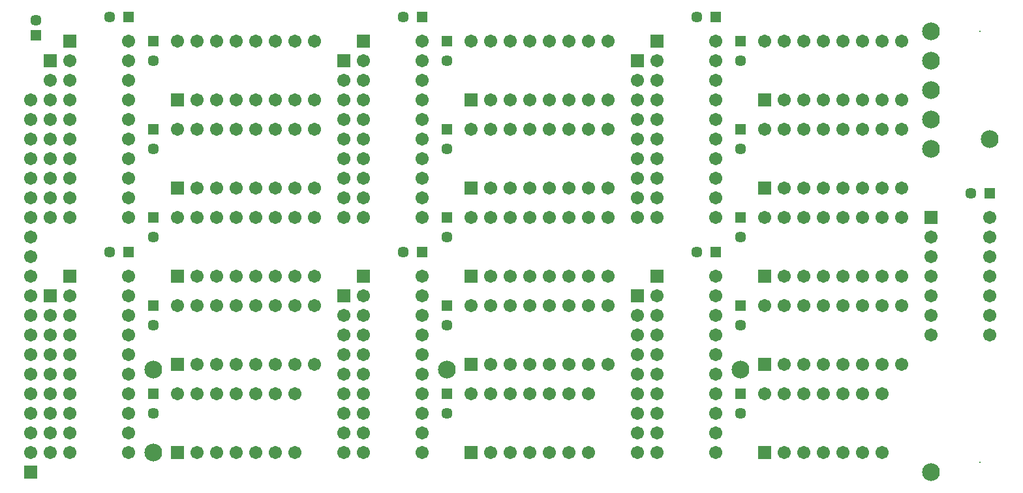
<source format=gbs>
G04*
G04 #@! TF.GenerationSoftware,Altium Limited,Altium Designer,21.9.1 (22)*
G04*
G04 Layer_Color=16711935*
%FSLAX25Y25*%
%MOIN*%
G70*
G04*
G04 #@! TF.SameCoordinates,C27983A3-7DCE-4341-8ACB-FB6078D38E97*
G04*
G04*
G04 #@! TF.FilePolarity,Negative*
G04*
G01*
G75*
%ADD16R,0.05721X0.05721*%
%ADD17C,0.05721*%
%ADD18C,0.06706*%
%ADD19C,0.06706*%
%ADD20R,0.06706X0.06706*%
%ADD21R,0.06706X0.06706*%
%ADD22R,0.06706X0.06706*%
%ADD23R,0.05721X0.05721*%
%ADD24C,0.09068*%
%ADD25C,0.00800*%
D16*
X160000Y232500D02*
D03*
X600000Y262500D02*
D03*
X310000Y232500D02*
D03*
X460000D02*
D03*
Y352500D02*
D03*
X310000D02*
D03*
X160000D02*
D03*
D17*
X150157Y232500D02*
D03*
X472500Y150157D02*
D03*
X590157Y262500D02*
D03*
X300157Y232500D02*
D03*
X450157D02*
D03*
X472500Y195157D02*
D03*
Y240157D02*
D03*
Y285157D02*
D03*
Y330157D02*
D03*
X450157Y352500D02*
D03*
X322500Y150157D02*
D03*
Y195157D02*
D03*
Y240157D02*
D03*
Y285157D02*
D03*
Y330157D02*
D03*
X300157Y352500D02*
D03*
X112500Y350937D02*
D03*
X150157Y352500D02*
D03*
X172500Y330157D02*
D03*
Y285157D02*
D03*
Y240157D02*
D03*
Y195157D02*
D03*
Y150157D02*
D03*
D18*
X160000Y130000D02*
D03*
Y140000D02*
D03*
Y150000D02*
D03*
Y160000D02*
D03*
Y170000D02*
D03*
Y180000D02*
D03*
Y190000D02*
D03*
Y200000D02*
D03*
Y220000D02*
D03*
X130000Y130000D02*
D03*
Y140000D02*
D03*
Y150000D02*
D03*
Y160000D02*
D03*
Y170000D02*
D03*
Y180000D02*
D03*
Y190000D02*
D03*
Y200000D02*
D03*
Y210000D02*
D03*
X495000Y310000D02*
D03*
X505000D02*
D03*
X515000D02*
D03*
X525000D02*
D03*
X535000D02*
D03*
X545000D02*
D03*
X555000D02*
D03*
X485000Y340000D02*
D03*
X495000D02*
D03*
X505000D02*
D03*
X515000D02*
D03*
X525000D02*
D03*
X535000D02*
D03*
X545000D02*
D03*
X555000D02*
D03*
X495000Y265000D02*
D03*
X505000D02*
D03*
X515000D02*
D03*
X525000D02*
D03*
X535000D02*
D03*
X545000D02*
D03*
X555000D02*
D03*
X485000Y295000D02*
D03*
X495000D02*
D03*
X505000D02*
D03*
X515000D02*
D03*
X525000D02*
D03*
X535000D02*
D03*
X545000D02*
D03*
X555000D02*
D03*
X495000Y220000D02*
D03*
X505000D02*
D03*
X515000D02*
D03*
X525000D02*
D03*
X535000D02*
D03*
X545000D02*
D03*
X555000D02*
D03*
X485000Y250000D02*
D03*
X495000D02*
D03*
X505000D02*
D03*
X515000D02*
D03*
X525000D02*
D03*
X535000D02*
D03*
X545000D02*
D03*
X555000D02*
D03*
X495000Y175000D02*
D03*
X505000D02*
D03*
X515000D02*
D03*
X525000D02*
D03*
X535000D02*
D03*
X545000D02*
D03*
X555000D02*
D03*
X485000Y205000D02*
D03*
X495000D02*
D03*
X505000D02*
D03*
X515000D02*
D03*
X525000D02*
D03*
X535000D02*
D03*
X545000D02*
D03*
X555000D02*
D03*
X545000Y160000D02*
D03*
X535000D02*
D03*
X525000D02*
D03*
X515000D02*
D03*
X505000D02*
D03*
X495000D02*
D03*
X485000D02*
D03*
X545000Y130000D02*
D03*
X535000D02*
D03*
X525000D02*
D03*
X515000D02*
D03*
X505000D02*
D03*
X495000D02*
D03*
X600000Y190000D02*
D03*
Y200000D02*
D03*
Y210000D02*
D03*
Y220000D02*
D03*
Y230000D02*
D03*
Y240000D02*
D03*
Y250000D02*
D03*
X570000Y190000D02*
D03*
Y200000D02*
D03*
Y210000D02*
D03*
Y220000D02*
D03*
Y230000D02*
D03*
Y240000D02*
D03*
X310000Y130000D02*
D03*
Y140000D02*
D03*
Y150000D02*
D03*
Y160000D02*
D03*
Y170000D02*
D03*
Y180000D02*
D03*
Y190000D02*
D03*
Y200000D02*
D03*
Y220000D02*
D03*
X280000Y130000D02*
D03*
Y140000D02*
D03*
Y150000D02*
D03*
Y160000D02*
D03*
Y170000D02*
D03*
Y180000D02*
D03*
Y190000D02*
D03*
Y200000D02*
D03*
Y210000D02*
D03*
X460000Y130000D02*
D03*
Y140000D02*
D03*
Y150000D02*
D03*
Y160000D02*
D03*
Y170000D02*
D03*
Y180000D02*
D03*
Y190000D02*
D03*
Y200000D02*
D03*
Y220000D02*
D03*
X430000Y130000D02*
D03*
Y140000D02*
D03*
Y150000D02*
D03*
Y160000D02*
D03*
Y170000D02*
D03*
Y180000D02*
D03*
Y190000D02*
D03*
Y200000D02*
D03*
Y210000D02*
D03*
Y330000D02*
D03*
Y320000D02*
D03*
Y310000D02*
D03*
Y300000D02*
D03*
Y290000D02*
D03*
Y280000D02*
D03*
Y270000D02*
D03*
Y260000D02*
D03*
X460000Y250000D02*
D03*
Y260000D02*
D03*
Y270000D02*
D03*
Y280000D02*
D03*
Y290000D02*
D03*
Y300000D02*
D03*
Y310000D02*
D03*
Y320000D02*
D03*
X430000Y250000D02*
D03*
X460000Y340000D02*
D03*
X345000Y310000D02*
D03*
X355000D02*
D03*
X365000D02*
D03*
X375000D02*
D03*
X385000D02*
D03*
X395000D02*
D03*
X405000D02*
D03*
X335000Y340000D02*
D03*
X345000D02*
D03*
X355000D02*
D03*
X365000D02*
D03*
X375000D02*
D03*
X385000D02*
D03*
X395000D02*
D03*
X405000D02*
D03*
X345000Y265000D02*
D03*
X355000D02*
D03*
X365000D02*
D03*
X375000D02*
D03*
X385000D02*
D03*
X395000D02*
D03*
X405000D02*
D03*
X335000Y295000D02*
D03*
X345000D02*
D03*
X355000D02*
D03*
X365000D02*
D03*
X375000D02*
D03*
X385000D02*
D03*
X395000D02*
D03*
X405000D02*
D03*
X345000Y220000D02*
D03*
X355000D02*
D03*
X365000D02*
D03*
X375000D02*
D03*
X385000D02*
D03*
X395000D02*
D03*
X405000D02*
D03*
X335000Y250000D02*
D03*
X345000D02*
D03*
X355000D02*
D03*
X365000D02*
D03*
X375000D02*
D03*
X385000D02*
D03*
X395000D02*
D03*
X405000D02*
D03*
Y205000D02*
D03*
X395000D02*
D03*
X385000D02*
D03*
X375000D02*
D03*
X365000D02*
D03*
X355000D02*
D03*
X345000D02*
D03*
X335000D02*
D03*
X405000Y175000D02*
D03*
X395000D02*
D03*
X385000D02*
D03*
X375000D02*
D03*
X365000D02*
D03*
X355000D02*
D03*
X345000D02*
D03*
X395000Y160000D02*
D03*
X385000D02*
D03*
X375000D02*
D03*
X365000D02*
D03*
X355000D02*
D03*
X345000D02*
D03*
X335000D02*
D03*
X395000Y130000D02*
D03*
X385000D02*
D03*
X375000D02*
D03*
X365000D02*
D03*
X355000D02*
D03*
X345000D02*
D03*
X280000Y250000D02*
D03*
X310000Y340000D02*
D03*
Y320000D02*
D03*
Y310000D02*
D03*
Y300000D02*
D03*
Y290000D02*
D03*
Y280000D02*
D03*
Y270000D02*
D03*
Y260000D02*
D03*
Y250000D02*
D03*
X280000Y260000D02*
D03*
Y270000D02*
D03*
Y280000D02*
D03*
Y290000D02*
D03*
Y300000D02*
D03*
Y310000D02*
D03*
Y320000D02*
D03*
Y330000D02*
D03*
X130000Y250000D02*
D03*
X160000Y340000D02*
D03*
Y320000D02*
D03*
Y310000D02*
D03*
Y300000D02*
D03*
Y290000D02*
D03*
Y280000D02*
D03*
Y270000D02*
D03*
Y260000D02*
D03*
Y250000D02*
D03*
X130000Y260000D02*
D03*
Y270000D02*
D03*
Y280000D02*
D03*
Y290000D02*
D03*
Y300000D02*
D03*
Y310000D02*
D03*
Y320000D02*
D03*
Y330000D02*
D03*
X255000Y340000D02*
D03*
X245000D02*
D03*
X235000D02*
D03*
X225000D02*
D03*
X215000D02*
D03*
X205000D02*
D03*
X195000D02*
D03*
X185000D02*
D03*
X255000Y310000D02*
D03*
X245000D02*
D03*
X235000D02*
D03*
X225000D02*
D03*
X215000D02*
D03*
X205000D02*
D03*
X195000D02*
D03*
X255000Y295000D02*
D03*
X245000D02*
D03*
X235000D02*
D03*
X225000D02*
D03*
X215000D02*
D03*
X205000D02*
D03*
X195000D02*
D03*
X185000D02*
D03*
X255000Y265000D02*
D03*
X245000D02*
D03*
X235000D02*
D03*
X225000D02*
D03*
X215000D02*
D03*
X205000D02*
D03*
X195000D02*
D03*
X255000Y250000D02*
D03*
X245000D02*
D03*
X235000D02*
D03*
X225000D02*
D03*
X215000D02*
D03*
X205000D02*
D03*
X195000D02*
D03*
X185000D02*
D03*
X255000Y220000D02*
D03*
X245000D02*
D03*
X235000D02*
D03*
X225000D02*
D03*
X215000D02*
D03*
X205000D02*
D03*
X195000D02*
D03*
X255000Y205000D02*
D03*
X245000D02*
D03*
X235000D02*
D03*
X225000D02*
D03*
X215000D02*
D03*
X205000D02*
D03*
X195000D02*
D03*
X185000D02*
D03*
X255000Y175000D02*
D03*
X245000D02*
D03*
X235000D02*
D03*
X225000D02*
D03*
X215000D02*
D03*
X205000D02*
D03*
X195000D02*
D03*
X245000Y160000D02*
D03*
X235000D02*
D03*
X225000D02*
D03*
X215000D02*
D03*
X205000D02*
D03*
X195000D02*
D03*
X185000D02*
D03*
X245000Y130000D02*
D03*
X235000D02*
D03*
X225000D02*
D03*
X215000D02*
D03*
X205000D02*
D03*
X195000D02*
D03*
D19*
X160000Y210000D02*
D03*
X120000Y200000D02*
D03*
Y130000D02*
D03*
Y140000D02*
D03*
Y150000D02*
D03*
Y160000D02*
D03*
Y170000D02*
D03*
Y180000D02*
D03*
Y190000D02*
D03*
X310000Y210000D02*
D03*
X420000Y200000D02*
D03*
Y130000D02*
D03*
Y140000D02*
D03*
Y150000D02*
D03*
Y160000D02*
D03*
Y170000D02*
D03*
Y180000D02*
D03*
Y190000D02*
D03*
X460000Y210000D02*
D03*
Y330000D02*
D03*
X420000Y310000D02*
D03*
Y300000D02*
D03*
Y290000D02*
D03*
Y280000D02*
D03*
Y270000D02*
D03*
Y260000D02*
D03*
Y250000D02*
D03*
Y320000D02*
D03*
X310000Y330000D02*
D03*
X270000Y310000D02*
D03*
Y300000D02*
D03*
Y290000D02*
D03*
Y280000D02*
D03*
Y270000D02*
D03*
Y260000D02*
D03*
Y250000D02*
D03*
Y320000D02*
D03*
X120000Y310000D02*
D03*
Y300000D02*
D03*
Y290000D02*
D03*
Y280000D02*
D03*
Y270000D02*
D03*
Y260000D02*
D03*
Y250000D02*
D03*
Y320000D02*
D03*
X160000Y330000D02*
D03*
X270000Y200000D02*
D03*
Y130000D02*
D03*
Y140000D02*
D03*
Y150000D02*
D03*
Y160000D02*
D03*
Y170000D02*
D03*
Y180000D02*
D03*
Y190000D02*
D03*
X110000Y130000D02*
D03*
Y140000D02*
D03*
Y150000D02*
D03*
Y160000D02*
D03*
Y170000D02*
D03*
Y180000D02*
D03*
Y190000D02*
D03*
Y200000D02*
D03*
Y210000D02*
D03*
Y220000D02*
D03*
Y230000D02*
D03*
Y240000D02*
D03*
Y250000D02*
D03*
Y260000D02*
D03*
Y270000D02*
D03*
Y280000D02*
D03*
Y290000D02*
D03*
Y300000D02*
D03*
Y310000D02*
D03*
D20*
X130000Y220000D02*
D03*
X570000Y250000D02*
D03*
X280000Y220000D02*
D03*
X430000D02*
D03*
Y340000D02*
D03*
X280000D02*
D03*
X130000D02*
D03*
D21*
X120000Y210000D02*
D03*
X420000D02*
D03*
Y330000D02*
D03*
X270000D02*
D03*
X120000D02*
D03*
X270000Y210000D02*
D03*
X110000Y120000D02*
D03*
D22*
X485000Y310000D02*
D03*
Y265000D02*
D03*
Y220000D02*
D03*
Y175000D02*
D03*
Y130000D02*
D03*
X335000Y310000D02*
D03*
Y265000D02*
D03*
Y220000D02*
D03*
Y175000D02*
D03*
Y130000D02*
D03*
X185000Y310000D02*
D03*
Y265000D02*
D03*
Y220000D02*
D03*
Y175000D02*
D03*
Y130000D02*
D03*
D23*
X472500Y160000D02*
D03*
Y205000D02*
D03*
Y250000D02*
D03*
Y295000D02*
D03*
Y340000D02*
D03*
X322500Y160000D02*
D03*
Y205000D02*
D03*
Y250000D02*
D03*
Y295000D02*
D03*
Y340000D02*
D03*
X112500Y343063D02*
D03*
X172500Y340000D02*
D03*
Y295000D02*
D03*
Y250000D02*
D03*
Y205000D02*
D03*
Y160000D02*
D03*
D24*
X600000Y290000D02*
D03*
X322500Y172500D02*
D03*
X570000Y300000D02*
D03*
X172500Y130000D02*
D03*
X570000Y120000D02*
D03*
Y345000D02*
D03*
Y330000D02*
D03*
Y285000D02*
D03*
X172500Y172500D02*
D03*
X570000Y315000D02*
D03*
X472500Y172500D02*
D03*
D25*
X595000Y125000D02*
D03*
Y345000D02*
D03*
M02*

</source>
